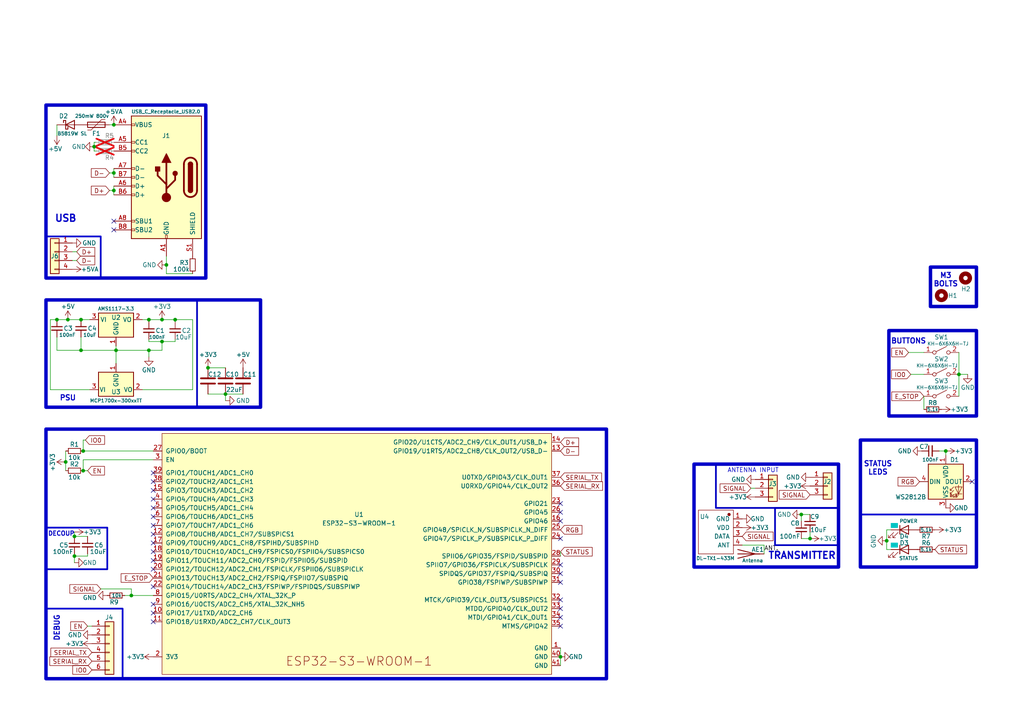
<source format=kicad_sch>
(kicad_sch (version 20231120) (generator "eeschema") (generator_version "8.0")
  (paper "A4")
  (title_block (title "Open Shock Mini") (date "2024-06-21") (rev "r1") (company "Pera @ https://transfur.science/f191") (comment 1 "CERN OHL v2 - S") (comment 2 "https://github.com/comradef191/OpenShockMini") (comment 4 "Based on nullstalgia's OpenShock Core V1.2"))
  (lib_symbols
    (symbol "Connector:USB_C_Receptacle_USB2.0" (pin_names (offset 1.016))
      (property "Reference" "J" (at -10.16 19.05 0))
      (property "Value" "USB_C_Receptacle_USB2.0" (at 19.05 19.05 0))
      (symbol "USB_C_Receptacle_USB2.0_0_0"
        (rectangle (start -0.254 -17.78) (end 0.254 -16.764))
        (rectangle (start 10.16 -14.986) (end 9.144 -15.494))
        (rectangle (start 10.16 -12.446) (end 9.144 -12.954))
        (rectangle (start 10.16 -4.826) (end 9.144 -5.334))
        (rectangle (start 10.16 -2.286) (end 9.144 -2.794))
        (rectangle (start 10.16 0.254) (end 9.144 -0.254))
        (rectangle (start 10.16 2.794) (end 9.144 2.286))
        (rectangle (start 10.16 7.874) (end 9.144 7.366))
        (rectangle (start 10.16 10.414) (end 9.144 9.906))
        (rectangle (start 10.16 15.494) (end 9.144 14.986))
      )
      (symbol "USB_C_Receptacle_USB2.0_0_1"
        (rectangle (start -10.16 17.78) (end 10.16 -17.78) (stroke (width 0.254)) (fill (type background)))
        (arc (start -8.89 -3.81) (mid -6.985 -5.7067) (end -5.08 -3.81) (stroke (width 0.508)))
        (arc (start -7.62 -3.81) (mid -6.985 -4.4423) (end -6.35 -3.81) (stroke (width 0.254)))
        (arc (start -7.62 -3.81) (mid -6.985 -4.4423) (end -6.35 -3.81) (stroke (width 0.254)) (fill (type outline)))
        (rectangle (start -7.62 -3.81) (end -6.35 3.81) (stroke (width 0.254)) (fill (type outline)))
        (arc (start -6.35 3.81) (mid -6.985 4.4423) (end -7.62 3.81) (stroke (width 0.254)))
        (arc (start -6.35 3.81) (mid -6.985 4.4423) (end -7.62 3.81) (stroke (width 0.254)) (fill (type outline)))
        (arc (start -5.08 3.81) (mid -6.985 5.7067) (end -8.89 3.81) (stroke (width 0.508)))
        (circle (center -2.54 1.143) (radius 0.635) (stroke (width 0.254)) (fill (type outline)))
        (circle (center 0 -5.842) (radius 1.27) (fill (type outline)))
        (polyline (pts (xy -8.89 -3.81) (xy -8.89 3.81)) (stroke (width 0.508)))
        (polyline (pts (xy -5.08 3.81) (xy -5.08 -3.81)) (stroke (width 0.508)))
        (polyline (pts (xy 0 -5.842) (xy 0 4.318)) (stroke (width 0.508)))
        (polyline (pts (xy 0 -3.302) (xy -2.54 -0.762) (xy -2.54 0.508)) (stroke (width 0.508)))
        (polyline (pts (xy 0 -2.032) (xy 2.54 0.508) (xy 2.54 1.778)) (stroke (width 0.508)))
        (polyline (pts (xy -1.27 4.318) (xy 0 6.858) (xy 1.27 4.318) (xy -1.27 4.318)) (stroke (width 0.254)) (fill (type outline)))
        (rectangle (start 1.905 1.778) (end 3.175 3.048) (stroke (width 0.254)) (fill (type outline)))
      )
      (symbol "USB_C_Receptacle_USB2.0_1_1"
        (pin passive line (at 0 -22.86 90) (length 5.08) (name "GND") (number "A1"))
        (pin passive line (at 0 -22.86 90) (length 5.08) hide (name "GND") (number "A12"))
        (pin passive line (at 15.24 15.24 180) (length 5.08) (name "VBUS") (number "A4"))
        (pin bidirectional line (at 15.24 10.16 180) (length 5.08) (name "CC1") (number "A5"))
        (pin bidirectional line (at 15.24 -2.54 180) (length 5.08) (name "D+") (number "A6"))
        (pin bidirectional line (at 15.24 2.54 180) (length 5.08) (name "D-") (number "A7"))
        (pin bidirectional line (at 15.24 -12.7 180) (length 5.08) (name "SBU1") (number "A8"))
        (pin passive line (at 15.24 15.24 180) (length 5.08) hide (name "VBUS") (number "A9"))
        (pin passive line (at 0 -22.86 90) (length 5.08) hide (name "GND") (number "B1"))
        (pin passive line (at 0 -22.86 90) (length 5.08) hide (name "GND") (number "B12"))
        (pin passive line (at 15.24 15.24 180) (length 5.08) hide (name "VBUS") (number "B4"))
        (pin bidirectional line (at 15.24 7.62 180) (length 5.08) (name "CC2") (number "B5"))
        (pin bidirectional line (at 15.24 -5.08 180) (length 5.08) (name "D+") (number "B6"))
        (pin bidirectional line (at 15.24 0 180) (length 5.08) (name "D-") (number "B7"))
        (pin bidirectional line (at 15.24 -15.24 180) (length 5.08) (name "SBU2") (number "B8"))
        (pin passive line (at 15.24 15.24 180) (length 5.08) hide (name "VBUS") (number "B9"))
        (pin passive line (at -7.62 -22.86 90) (length 5.08) (name "SHIELD") (number "S1"))
      )
    )
    (symbol "Connector_Generic:Conn_01x03" (pin_names (offset 1.016) hide)
      (property "Reference" "J" (at 0 5.08 0))
      (property "Value" "Conn_01x03" (at 0 -5.08 0))
      (symbol "Conn_01x03_1_1"
        (rectangle (start -1.27 -2.413) (end 0 -2.667) (stroke (width 0.1524)))
        (rectangle (start -1.27 0.127) (end 0 -0.127) (stroke (width 0.1524)))
        (rectangle (start -1.27 2.667) (end 0 2.413) (stroke (width 0.1524)))
        (rectangle (start -1.27 3.81) (end 1.27 -3.81) (stroke (width 0.254)) (fill (type background)))
        (pin passive line (at -5.08 2.54 0) (length 3.81) (name "Pin_1") (number "1"))
        (pin passive line (at -5.08 0 0) (length 3.81) (name "Pin_2") (number "2"))
        (pin passive line (at -5.08 -2.54 0) (length 3.81) (name "Pin_3") (number "3"))
      )
    )
    (symbol "Connector_Generic:Conn_01x04" (pin_names (offset 1.016) hide)
      (property "Reference" "J" (at 0 5.08 0))
      (property "Value" "Conn_01x04" (at 0 -7.62 0))
      (symbol "Conn_01x04_1_1"
        (rectangle (start -1.27 -4.953) (end 0 -5.207) (stroke (width 0.1524)))
        (rectangle (start -1.27 -2.413) (end 0 -2.667) (stroke (width 0.1524)))
        (rectangle (start -1.27 0.127) (end 0 -0.127) (stroke (width 0.1524)))
        (rectangle (start -1.27 2.667) (end 0 2.413) (stroke (width 0.1524)))
        (rectangle (start -1.27 3.81) (end 1.27 -6.35) (stroke (width 0.254)) (fill (type background)))
        (pin passive line (at -5.08 2.54 0) (length 3.81) (name "Pin_1") (number "1"))
        (pin passive line (at -5.08 0 0) (length 3.81) (name "Pin_2") (number "2"))
        (pin passive line (at -5.08 -2.54 0) (length 3.81) (name "Pin_3") (number "3"))
        (pin passive line (at -5.08 -5.08 0) (length 3.81) (name "Pin_4") (number "4"))
      )
    )
    (symbol "Connector_Generic:Conn_01x06" (pin_names (offset 1.016) hide)
      (property "Reference" "J" (at 0 7.62 0))
      (property "Value" "Conn_01x06" (at 0 -10.16 0))
      (symbol "Conn_01x06_1_1"
        (rectangle (start -1.27 -7.493) (end 0 -7.747) (stroke (width 0.1524)))
        (rectangle (start -1.27 -4.953) (end 0 -5.207) (stroke (width 0.1524)))
        (rectangle (start -1.27 -2.413) (end 0 -2.667) (stroke (width 0.1524)))
        (rectangle (start -1.27 0.127) (end 0 -0.127) (stroke (width 0.1524)))
        (rectangle (start -1.27 2.667) (end 0 2.413) (stroke (width 0.1524)))
        (rectangle (start -1.27 5.207) (end 0 4.953) (stroke (width 0.1524)))
        (rectangle (start -1.27 6.35) (end 1.27 -8.89) (stroke (width 0.254)) (fill (type background)))
        (pin passive line (at -5.08 5.08 0) (length 3.81) (name "Pin_1") (number "1"))
        (pin passive line (at -5.08 2.54 0) (length 3.81) (name "Pin_2") (number "2"))
        (pin passive line (at -5.08 0 0) (length 3.81) (name "Pin_3") (number "3"))
        (pin passive line (at -5.08 -2.54 0) (length 3.81) (name "Pin_4") (number "4"))
        (pin passive line (at -5.08 -5.08 0) (length 3.81) (name "Pin_5") (number "5"))
        (pin passive line (at -5.08 -7.62 0) (length 3.81) (name "Pin_6") (number "6"))
      )
    )
    (symbol "Device:Antenna" (pin_numbers hide) (pin_names (offset 1.016) hide)
      (property "Reference" "AE" (at -1.905 1.905 0))
      (property "Value" "Antenna" (at -1.905 0 0))
      (symbol "Antenna_0_1"
        (polyline (pts (xy 0 2.54) (xy 0 -3.81)) (stroke (width 0.254)))
        (polyline (pts (xy 1.27 2.54) (xy 0 -2.54) (xy -1.27 2.54)) (stroke (width 0.254)))
      )
      (symbol "Antenna_1_1"
        (pin input line (at 0 -5.08 90) (length 2.54) (name "A") (number "1"))
      )
    )
    (symbol "Device:C" (pin_numbers hide) (pin_names (offset 0.254))
      (property "Reference" "C" (at 0.635 2.54 0))
      (property "Value" "C" (at 0.635 -2.54 0))
      (symbol "C_0_1"
        (polyline (pts (xy -2.032 -0.762) (xy 2.032 -0.762)) (stroke (width 0.508)))
        (polyline (pts (xy -2.032 0.762) (xy 2.032 0.762)) (stroke (width 0.508)))
      )
      (symbol "C_1_1"
        (pin passive line (at 0 3.81 270) (length 2.794) (name "~") (number "1"))
        (pin passive line (at 0 -3.81 90) (length 2.794) (name "~") (number "2"))
      )
    )
    (symbol "Device:C_Small" (pin_numbers hide) (pin_names (offset 0.254) hide)
      (property "Reference" "C" (at 0.254 1.778 0))
      (property "Value" "C_Small" (at 0.254 -2.032 0))
      (symbol "C_Small_0_1"
        (polyline (pts (xy -1.524 -0.508) (xy 1.524 -0.508)) (stroke (width 0.3302)))
        (polyline (pts (xy -1.524 0.508) (xy 1.524 0.508)) (stroke (width 0.3048)))
      )
      (symbol "C_Small_1_1"
        (pin passive line (at 0 2.54 270) (length 2.032) (name "~") (number "1"))
        (pin passive line (at 0 -2.54 90) (length 2.032) (name "~") (number "2"))
      )
    )
    (symbol "Device:D_Schottky" (pin_numbers hide) (pin_names (offset 1.016) hide)
      (property "Reference" "D" (at 0 2.54 0))
      (property "Value" "D_Schottky" (at 0 -2.54 0))
      (symbol "D_Schottky_0_1"
        (polyline (pts (xy 1.27 0) (xy -1.27 0)))
        (polyline (pts (xy 1.27 1.27) (xy 1.27 -1.27) (xy -1.27 0) (xy 1.27 1.27)) (stroke (width 0.254)))
        (polyline (pts (xy -1.905 0.635) (xy -1.905 1.27) (xy -1.27 1.27) (xy -1.27 -1.27) (xy -0.635 -1.27) (xy -0.635 -0.635)) (stroke (width 0.254)))
      )
      (symbol "D_Schottky_1_1"
        (pin passive line (at -3.81 0 0) (length 2.54) (name "K") (number "1"))
        (pin passive line (at 3.81 0 180) (length 2.54) (name "A") (number "2"))
      )
    )
    (symbol "Device:LED" (pin_numbers hide) (pin_names (offset 1.016) hide)
      (property "Reference" "D" (at 0 2.54 0))
      (property "Value" "LED" (at 0 -2.54 0))
      (symbol "LED_0_1"
        (polyline (pts (xy -1.27 -1.27) (xy -1.27 1.27)) (stroke (width 0.254)))
        (polyline (pts (xy -1.27 0) (xy 1.27 0)))
        (polyline (pts (xy 1.27 -1.27) (xy 1.27 1.27) (xy -1.27 0) (xy 1.27 -1.27)) (stroke (width 0.254)))
        (polyline (pts (xy -3.048 -0.762) (xy -4.572 -2.286) (xy -3.81 -2.286) (xy -4.572 -2.286) (xy -4.572 -1.524)))
        (polyline (pts (xy -1.778 -0.762) (xy -3.302 -2.286) (xy -2.54 -2.286) (xy -3.302 -2.286) (xy -3.302 -1.524)))
      )
      (symbol "LED_1_1"
        (pin passive line (at -3.81 0 0) (length 2.54) (name "K") (number "1"))
        (pin passive line (at 3.81 0 180) (length 2.54) (name "A") (number "2"))
      )
    )
    (symbol "Device:Polyfuse" (pin_numbers hide) (pin_names (offset 0))
      (property "Reference" "F" (at -2.54 0 90))
      (property "Value" "Polyfuse" (at 2.54 0 90))
      (symbol "Polyfuse_0_1"
        (rectangle (start -0.762 2.54) (end 0.762 -2.54) (stroke (width 0.254)))
        (polyline (pts (xy 0 2.54) (xy 0 -2.54)))
        (polyline (pts (xy -1.524 2.54) (xy -1.524 1.524) (xy 1.524 -1.524) (xy 1.524 -2.54)))
      )
      (symbol "Polyfuse_1_1"
        (pin passive line (at 0 3.81 270) (length 1.27) (name "~") (number "1"))
        (pin passive line (at 0 -3.81 90) (length 1.27) (name "~") (number "2"))
      )
    )
    (symbol "Device:R_Small" (pin_numbers hide) (pin_names (offset 0.254) hide)
      (property "Reference" "R" (at 0.762 0.508 0))
      (property "Value" "R_Small" (at 0.762 -1.016 0))
      (symbol "R_Small_0_1"
        (rectangle (start -0.762 1.778) (end 0.762 -1.778) (stroke (width 0.2032)))
      )
      (symbol "R_Small_1_1"
        (pin passive line (at 0 2.54 270) (length 0.762) (name "~") (number "1"))
        (pin passive line (at 0 -2.54 90) (length 0.762) (name "~") (number "2"))
      )
    )
    (symbol "Espressif:ESP32-S3-WROOM-1" (pin_names (offset 1.016))
      (property "Reference" "U" (at 0 35.56 0))
      (property "Value" "ESP32-S3-WROOM-1" (at 0 -36.83 0))
      (symbol "ESP32-S3-WROOM-1_0_0"
        (rectangle (start -57.15 34.29) (end 55.88 -35.56) (fill (type background)))
        (text "ESP32-S3-WROOM-1" (at 0 -31.75 0) (effects (font (size 2.54 2.54))))
        (pin power_in line (at 58.42 -27.94 180) (length 2.54) (name "GND") (number "1"))
        (pin bidirectional line (at -59.69 -17.78 0) (length 2.54) (name "GPIO17/U1TXD/ADC2_CH6") (number "10"))
        (pin bidirectional line (at -59.69 -20.32 0) (length 2.54) (name "GPIO18/U1RXD/ADC2_CH7/CLK_OUT3") (number "11"))
        (pin bidirectional line (at -59.69 5.08 0) (length 2.54) (name "GPIO8/TOUCH8/ADC1_CH7/SUBSPICS1") (number "12"))
        (pin bidirectional line (at 58.42 29.21 180) (length 2.54) (name "GPIO19/U1RTS/ADC2_CH8/CLK_OUT2/USB_D-") (number "13"))
        (pin bidirectional line (at 58.42 31.75 180) (length 2.54) (name "GPIO20/U1CTS/ADC2_CH9/CLK_OUT1/USB_D+") (number "14"))
        (pin bidirectional line (at -59.69 17.78 0) (length 2.54) (name "GPIO3/TOUCH3/ADC1_CH2") (number "15"))
        (pin bidirectional line (at 58.42 8.89 180) (length 2.54) (name "GPIO46") (number "16"))
        (pin bidirectional line (at -59.69 2.54 0) (length 2.54) (name "GPIO9/TOUCH9/ADC1_CH8/FSPIHD/SUBSPIHD") (number "17"))
        (pin bidirectional line (at -59.69 0 0) (length 2.54) (name "GPIO10/TOUCH10/ADC1_CH9/FSPICS0/FSPIIO4/SUBSPICS0") (number "18"))
        (pin bidirectional line (at -59.69 -2.54 0) (length 2.54) (name "GPIO11/TOUCH11/ADC2_CH0/FSPID/FSPIIO5/SUBSPID") (number "19"))
        (pin power_in line (at -59.69 -30.48 0) (length 2.54) (name "3V3") (number "2"))
        (pin bidirectional line (at -59.69 -5.08 0) (length 2.54) (name "GPIO12/TOUCH12/ADC2_CH1/FSPICLK/FSPIIO6/SUBSPICLK") (number "20"))
        (pin bidirectional line (at -59.69 -7.62 0) (length 2.54) (name "GPIO13/TOUCH13/ADC2_CH2/FSPIQ/FSPIIO7/SUBSPIQ") (number "21"))
        (pin bidirectional line (at -59.69 -10.16 0) (length 2.54) (name "GPIO14/TOUCH14/ADC2_CH3/FSPIWP/FSPIDQS/SUBSPIWP") (number "22"))
        (pin bidirectional line (at 58.42 13.97 180) (length 2.54) (name "GPIO21") (number "23"))
        (pin bidirectional line (at 58.42 3.81 180) (length 2.54) (name "GPIO47/SPICLK_P/SUBSPICLK_P_DIFF") (number "24"))
        (pin bidirectional line (at 58.42 6.35 180) (length 2.54) (name "GPIO48/SPICLK_N/SUBSPICLK_N_DIFF") (number "25"))
        (pin bidirectional line (at 58.42 11.43 180) (length 2.54) (name "GPIO45") (number "26"))
        (pin bidirectional line (at -59.69 29.21 0) (length 2.54) (name "GPIO0/BOOT") (number "27"))
        (pin bidirectional line (at 58.42 -1.27 180) (length 2.54) (name "SPIIO6/GPIO35/FSPID/SUBSPID") (number "28"))
        (pin bidirectional line (at 58.42 -3.81 180) (length 2.54) (name "SPIIO7/GPIO36/FSPICLK/SUBSPICLK") (number "29"))
        (pin input line (at -59.69 26.67 0) (length 2.54) (name "EN") (number "3"))
        (pin bidirectional line (at 58.42 -6.35 180) (length 2.54) (name "SPIDQS/GPIO37/FSPIQ/SUBSPIQ") (number "30"))
        (pin bidirectional line (at 58.42 -8.89 180) (length 2.54) (name "GPIO38/FSPIWP/SUBSPIWP") (number "31"))
        (pin bidirectional line (at 58.42 -13.97 180) (length 2.54) (name "MTCK/GPIO39/CLK_OUT3/SUBSPICS1") (number "32"))
        (pin bidirectional line (at 58.42 -16.51 180) (length 2.54) (name "MTDO/GPIO40/CLK_OUT2") (number "33"))
        (pin bidirectional line (at 58.42 -19.05 180) (length 2.54) (name "MTDI/GPIO41/CLK_OUT1") (number "34"))
        (pin bidirectional line (at 58.42 -21.59 180) (length 2.54) (name "MTMS/GPIO42") (number "35"))
        (pin bidirectional line (at 58.42 19.05 180) (length 2.54) (name "U0RXD/GPIO44/CLK_OUT2") (number "36"))
        (pin bidirectional line (at 58.42 21.59 180) (length 2.54) (name "U0TXD/GPIO43/CLK_OUT1") (number "37"))
        (pin bidirectional line (at -59.69 20.32 0) (length 2.54) (name "GPIO2/TOUCH2/ADC1_CH1") (number "38"))
        (pin bidirectional line (at -59.69 22.86 0) (length 2.54) (name "GPIO1/TOUCH1/ADC1_CH0") (number "39"))
        (pin bidirectional line (at -59.69 15.24 0) (length 2.54) (name "GPIO4/TOUCH4/ADC1_CH3") (number "4"))
        (pin power_in line (at 58.42 -30.48 180) (length 2.54) (name "GND") (number "40"))
        (pin power_in line (at 58.42 -33.02 180) (length 2.54) (name "GND") (number "41"))
        (pin bidirectional line (at -59.69 12.7 0) (length 2.54) (name "GPIO5/TOUCH5/ADC1_CH4") (number "5"))
        (pin bidirectional line (at -59.69 10.16 0) (length 2.54) (name "GPIO6/TOUCH6/ADC1_CH5") (number "6"))
        (pin bidirectional line (at -59.69 7.62 0) (length 2.54) (name "GPIO7/TOUCH7/ADC1_CH6") (number "7"))
        (pin bidirectional line (at -59.69 -12.7 0) (length 2.54) (name "GPIO15/U0RTS/ADC2_CH4/XTAL_32K_P") (number "8"))
        (pin bidirectional line (at -59.69 -15.24 0) (length 2.54) (name "GPIO16/U0CTS/ADC2_CH5/XTAL_32K_NH5") (number "9"))
      )
    )
    (symbol "LED:WS2812B" (pin_names (offset 0.254))
      (property "Reference" "D" (at 5.08 5.715 0))
      (property "Value" "WS2812B" (at 1.27 -5.715 0))
      (symbol "WS2812B_0_0"
        (text "RGB" (at 2.286 -4.191 0) (effects (font (size 0.762 0.762))))
      )
      (symbol "WS2812B_0_1"
        (polyline (pts (xy 1.27 -3.556) (xy 1.778 -3.556)))
        (polyline (pts (xy 1.27 -2.54) (xy 1.778 -2.54)))
        (polyline (pts (xy 4.699 -3.556) (xy 2.667 -3.556)))
        (polyline (pts (xy 2.286 -2.54) (xy 1.27 -3.556) (xy 1.27 -3.048)))
        (polyline (pts (xy 2.286 -1.524) (xy 1.27 -2.54) (xy 1.27 -2.032)))
        (polyline (pts (xy 3.683 -1.016) (xy 3.683 -3.556) (xy 3.683 -4.064)))
        (polyline (pts (xy 4.699 -1.524) (xy 2.667 -1.524) (xy 3.683 -3.556) (xy 4.699 -1.524)))
        (rectangle (start 5.08 5.08) (end -5.08 -5.08) (stroke (width 0.254)) (fill (type background)))
      )
      (symbol "WS2812B_1_1"
        (pin power_in line (at 0 7.62 270) (length 2.54) (name "VDD") (number "1"))
        (pin output line (at 7.62 0 180) (length 2.54) (name "DOUT") (number "2"))
        (pin power_in line (at 0 -7.62 90) (length 2.54) (name "VSS") (number "3"))
        (pin input line (at -7.62 0 0) (length 2.54) (name "DIN") (number "4"))
      )
    )
    (symbol "Mechanical:MountingHole" (pin_names (offset 1.016))
      (property "Reference" "H" (at 0 5.08 0))
      (property "Value" "MountingHole" (at 0 3.175 0))
      (symbol "MountingHole_0_1"
        (circle (center 0 0) (radius 1.27) (stroke (width 1.27)))
      )
    )
    (symbol "Regulator_Linear:AMS1117-3.3"
      (property "Reference" "U" (at -3.81 3.175 0))
      (property "Value" "AMS1117-3.3" (at 0 3.175 0))
      (symbol "AMS1117-3.3_0_1"
        (rectangle (start -5.08 -5.08) (end 5.08 1.905) (stroke (width 0.254)) (fill (type background)))
      )
      (symbol "AMS1117-3.3_1_1"
        (pin power_in line (at 0 -7.62 90) (length 2.54) (name "GND") (number "1"))
        (pin power_out line (at 7.62 0 180) (length 2.54) (name "VO") (number "2"))
        (pin power_in line (at -7.62 0 0) (length 2.54) (name "VI") (number "3"))
      )
    )
    (symbol "Regulator_Linear:MCP1700x-300xxTT" (pin_names (offset 0.254))
      (property "Reference" "U" (at -3.81 3.175 0))
      (property "Value" "MCP1700x-300xxTT" (at 0 3.175 0))
      (symbol "MCP1700x-300xxTT_0_1"
        (rectangle (start -5.08 1.905) (end 5.08 -5.08) (stroke (width 0.254)) (fill (type background)))
      )
      (symbol "MCP1700x-300xxTT_1_1"
        (pin power_in line (at 0 -7.62 90) (length 2.54) (name "GND") (number "1"))
        (pin power_out line (at 7.62 0 180) (length 2.54) (name "VO") (number "2"))
        (pin power_in line (at -7.62 0 0) (length 2.54) (name "VI") (number "3"))
      )
    )
    (symbol "Switch:SW_SPST" (pin_names (offset 0) hide)
      (property "Reference" "SW" (at 0 3.175 0))
      (property "Value" "SW_SPST" (at 0 -2.54 0))
      (symbol "SW_SPST_0_0"
        (circle (center -2.032 0) (radius 0.508))
        (polyline (pts (xy -1.524 0.254) (xy 1.524 1.778)))
        (circle (center 2.032 0) (radius 0.508))
      )
      (symbol "SW_SPST_1_1"
        (pin passive line (at -5.08 0 0) (length 2.54) (name "A") (number "1"))
        (pin passive line (at 5.08 0 180) (length 2.54) (name "B") (number "2"))
      )
    )
    (symbol "kicad_lceda:DL-TX1-433M" (pin_names (offset 1.016))
      (property "Reference" "U" (at 0 7.62 0))
      (property "Value" "DL-TX1-433M" (at 0 12.7 0))
      (symbol "DL-TX1-433M_1_1"
        (rectangle (start -5.08 5.08) (end 5.08 -7.62) (stroke (width 0.1524)))
        (circle (center -3.81 3.81) (radius 0.381) (stroke (width 0.1524)) (fill (type outline)))
        (pin input line (at -7.62 2.54 0) (length 2.54) (name "GND") (number "1"))
        (pin input line (at -7.62 0 0) (length 2.54) (name "VDD") (number "2"))
        (pin input line (at -7.62 -2.54 0) (length 2.54) (name "DATA") (number "3"))
        (pin input line (at -7.62 -5.08 0) (length 2.54) (name "ANT") (number "4"))
      )
    )
    (symbol "power:+3V3" (power) (pin_names (offset 0))
      (property "Value" "+3V3" (at 0 3.556 0))
      (symbol "+3V3_0_1"
        (polyline (pts (xy -0.762 1.27) (xy 0 2.54)))
        (polyline (pts (xy 0 0) (xy 0 2.54)))
        (polyline (pts (xy 0 2.54) (xy 0.762 1.27)))
      )
      (symbol "+3V3_1_1"
        (pin power_in line (at 0 0 90) (length 0) hide (name "+3V3") (number "1"))
      )
    )
    (symbol "power:+5V" (power) (pin_names (offset 0))
      (property "Value" "+5V" (at 0 3.556 0))
      (symbol "+5V_0_1"
        (polyline (pts (xy -0.762 1.27) (xy 0 2.54)))
        (polyline (pts (xy 0 0) (xy 0 2.54)))
        (polyline (pts (xy 0 2.54) (xy 0.762 1.27)))
      )
      (symbol "+5V_1_1"
        (pin power_in line (at 0 0 90) (length 0) hide (name "+5V") (number "1"))
      )
    )
    (symbol "power:+5VA" (power) (pin_names (offset 0))
      (property "Value" "+5VA" (at 0 3.556 0))
      (symbol "+5VA_0_1"
        (polyline (pts (xy -0.762 1.27) (xy 0 2.54)))
        (polyline (pts (xy 0 0) (xy 0 2.54)))
        (polyline (pts (xy 0 2.54) (xy 0.762 1.27)))
      )
      (symbol "+5VA_1_1"
        (pin power_in line (at 0 0 90) (length 0) hide (name "+5VA") (number "1"))
      )
    )
    (symbol "power:GND" (power) (pin_names (offset 0))
      (property "Value" "GND" (at 0 -3.81 0))
      (symbol "GND_0_1"
        (polyline (pts (xy 0 0) (xy 0 -1.27) (xy 1.27 -1.27) (xy 0 -2.54) (xy -1.27 -1.27) (xy 0 -1.27)))
      )
      (symbol "GND_1_1"
        (pin power_in line (at 0 0 270) (length 0) hide (name "GND") (number "1"))
      )
    )
  )
  (junction (at 33.02 36.195))
  (junction (at 274.32 130.81))
  (junction (at 19.05 133.985))
  (junction (at 23.495 92.71))
  (junction (at 46.99 99.06))
  (junction (at 19.685 92.71))
  (junction (at 21.59 155.575))
  (junction (at 43.18 101.6))
  (junction (at 50.8 92.71))
  (junction (at 16.51 92.71))
  (junction (at 65.405 114.3))
  (junction (at 33.02 50.165))
  (junction (at 38.1 172.72))
  (junction (at 43.18 92.71))
  (junction (at 162.56 190.5))
  (junction (at 24.13 130.81))
  (junction (at 232.41 149.225))
  (junction (at 60.325 106.68))
  (junction (at 48.26 76.835))
  (junction (at 234.95 156.21))
  (junction (at 21.59 161.29))
  (junction (at 27.305 42.545))
  (junction (at 33.655 101.6))
  (junction (at 278.13 108.585))
  (junction (at 24.13 136.525))
  (junction (at 23.495 101.6))
  (junction (at 33.02 55.245))
  (junction (at 257.175 156.845))
  (junction (at 46.99 92.71))
  (no_connect (at 281.94 139.7))
  (no_connect (at 44.45 165.1))
  (no_connect (at 162.56 151.13))
  (no_connect (at 162.56 173.99))
  (no_connect (at 44.45 160.02))
  (no_connect (at 44.45 139.7))
  (no_connect (at 44.45 175.26))
  (no_connect (at 33.02 64.135))
  (no_connect (at 44.45 149.86))
  (no_connect (at 162.56 176.53))
  (no_connect (at 44.45 170.18))
  (no_connect (at 44.45 162.56))
  (no_connect (at 162.56 163.83))
  (no_connect (at 44.45 180.34))
  (no_connect (at 162.56 156.21))
  (no_connect (at 162.56 168.91))
  (no_connect (at 44.45 177.8))
  (no_connect (at 162.56 181.61))
  (no_connect (at 44.45 157.48))
  (no_connect (at 44.45 144.78))
  (no_connect (at 44.45 142.24))
  (no_connect (at 44.45 147.32))
  (no_connect (at 44.45 152.4))
  (no_connect (at 44.45 137.16))
  (no_connect (at 162.56 146.05))
  (no_connect (at 33.02 66.675))
  (no_connect (at 162.56 148.59))
  (no_connect (at 162.56 166.37))
  (no_connect (at 162.56 179.07))
  (no_connect (at 44.45 154.94))
  (wire (pts (xy 50.8 93.345) (xy 50.8 92.71)))
  (wire (pts (xy 21.59 154.305) (xy 21.59 155.575)))
  (wire (pts (xy 24.13 127.635) (xy 24.13 130.81)))
  (wire (pts (xy 33.02 50.165) (xy 33.02 51.435)))
  (wire (pts (xy 23.495 101.6) (xy 33.655 101.6)))
  (wire (pts (xy 217.805 141.605) (xy 219.075 141.605)))
  (wire (pts (xy 36.195 172.72) (xy 38.1 172.72)))
  (wire (pts (xy 46.99 99.06) (xy 50.8 99.06)))
  (wire (pts (xy 215.265 158.115) (xy 221.615 158.115)))
  (wire (pts (xy 33.02 53.975) (xy 33.02 55.245)))
  (wire (pts (xy 25.4 160.655) (xy 25.4 161.29)))
  (wire (pts (xy 263.525 102.235) (xy 267.97 102.235)))
  (wire (pts (xy 43.18 99.06) (xy 46.99 99.06)))
  (wire (pts (xy 20.955 75.565) (xy 22.225 75.565)))
  (wire (pts (xy 31.75 36.195) (xy 33.02 36.195)))
  (wire (pts (xy 21.59 160.655) (xy 21.59 161.29)))
  (wire (pts (xy 162.56 187.96) (xy 162.56 190.5)))
  (wire (pts (xy 24.13 130.81) (xy 44.45 130.81)))
  (wire (pts (xy 257.175 153.67) (xy 257.175 156.845)))
  (wire (pts (xy 50.8 92.71) (xy 55.88 92.71)))
  (wire (pts (xy 31.75 50.165) (xy 33.02 50.165)))
  (wire (pts (xy 278.13 102.235) (xy 278.13 108.585)))
  (wire (pts (xy 234.95 156.21) (xy 234.95 154.305)))
  (wire (pts (xy 278.13 108.585) (xy 278.13 114.935)))
  (wire (pts (xy 43.18 99.06) (xy 43.18 98.425)))
  (wire (pts (xy 33.655 100.33) (xy 33.655 101.6)))
  (wire (pts (xy 38.1 172.72) (xy 44.45 172.72)))
  (wire (pts (xy 23.495 97.79) (xy 23.495 101.6)))
  (wire (pts (xy 264.16 108.585) (xy 267.97 108.585)))
  (wire (pts (xy 27.305 41.275) (xy 27.305 42.545)))
  (wire (pts (xy 16.51 101.6) (xy 23.495 101.6)))
  (wire (pts (xy 65.405 114.3) (xy 70.485 114.3)))
  (wire (pts (xy 31.75 55.245) (xy 33.02 55.245)))
  (wire (pts (xy 278.13 108.585) (xy 280.67 108.585)))
  (wire (pts (xy 16.51 92.71) (xy 19.685 92.71)))
  (wire (pts (xy 48.26 74.295) (xy 48.26 76.835)))
  (wire (pts (xy 221.615 160.655) (xy 221.615 158.115)))
  (wire (pts (xy 21.59 163.195) (xy 21.59 161.29)))
  (wire (pts (xy 19.05 133.985) (xy 19.05 136.525)))
  (wire (pts (xy 55.88 113.03) (xy 55.88 92.71)))
  (wire (pts (xy 26.035 113.03) (xy 14.605 113.03)))
  (wire (pts (xy 232.41 156.21) (xy 234.95 156.21)))
  (wire (pts (xy 27.305 42.545) (xy 27.305 43.815)))
  (wire (pts (xy 257.175 153.67) (xy 258.445 153.67)))
  (wire (pts (xy 20.955 73.025) (xy 22.225 73.025)))
  (wire (pts (xy 267.97 118.745) (xy 267.97 114.935)))
  (wire (pts (xy 33.655 101.6) (xy 33.655 105.41)))
  (wire (pts (xy 257.175 159.385) (xy 258.445 159.385)))
  (wire (pts (xy 41.275 113.03) (xy 55.88 113.03)))
  (wire (pts (xy 16.51 101.6) (xy 16.51 97.79)))
  (wire (pts (xy 43.18 103.505) (xy 43.18 101.6)))
  (wire (pts (xy 21.59 161.29) (xy 25.4 161.29)))
  (wire (pts (xy 19.685 92.71) (xy 23.495 92.71)))
  (wire (pts (xy 16.51 39.37) (xy 16.51 36.195)))
  (wire (pts (xy 24.13 133.35) (xy 44.45 133.35)))
  (wire (pts (xy 23.495 92.71) (xy 26.035 92.71)))
  (wire (pts (xy 60.325 106.68) (xy 65.405 106.68)))
  (wire (pts (xy 24.13 127.635) (xy 24.765 127.635)))
  (wire (pts (xy 55.88 79.375) (xy 48.26 79.375)))
  (wire (pts (xy 43.18 92.71) (xy 46.99 92.71)))
  (wire (pts (xy 38.1 170.815) (xy 38.1 172.72)))
  (wire (pts (xy 33.02 55.245) (xy 33.02 56.515)))
  (wire (pts (xy 50.8 99.06) (xy 50.8 98.425)))
  (wire (pts (xy 162.56 160.02) (xy 162.56 161.29)))
  (wire (pts (xy 25.4 181.61) (xy 26.67 181.61)))
  (wire (pts (xy 65.405 114.3) (xy 65.405 116.205)))
  (wire (pts (xy 14.605 92.71) (xy 16.51 92.71)))
  (wire (pts (xy 60.325 114.3) (xy 65.405 114.3)))
  (wire (pts (xy 43.18 93.345) (xy 43.18 92.71)))
  (wire (pts (xy 24.13 133.35) (xy 24.13 136.525)))
  (wire (pts (xy 46.99 101.6) (xy 46.99 99.06)))
  (wire (pts (xy 29.21 170.815) (xy 38.1 170.815)))
  (wire (pts (xy 19.05 130.81) (xy 19.05 133.985)))
  (wire (pts (xy 24.13 136.525) (xy 25.4 136.525)))
  (wire (pts (xy 162.56 193.04) (xy 162.56 190.5)))
  (wire (pts (xy 21.59 155.575) (xy 25.4 155.575)))
  (wire (pts (xy 46.99 92.71) (xy 50.8 92.71)))
  (wire (pts (xy 33.655 101.6) (xy 43.18 101.6)))
  (wire (pts (xy 257.175 156.845) (xy 257.175 159.385)))
  (wire (pts (xy 27.94 41.275) (xy 27.305 41.275)))
  (wire (pts (xy 232.41 149.225) (xy 234.95 149.225)))
  (wire (pts (xy 14.605 113.03) (xy 14.605 92.71)))
  (wire (pts (xy 232.41 149.225) (xy 232.41 151.13)))
  (wire (pts (xy 33.02 48.895) (xy 33.02 50.165)))
  (wire (pts (xy 272.415 130.81) (xy 274.32 130.81)))
  (wire (pts (xy 27.305 43.815) (xy 27.94 43.815)))
  (wire (pts (xy 48.26 76.835) (xy 48.26 79.375)))
  (wire (pts (xy 41.275 92.71) (xy 43.18 92.71)))
  (wire (pts (xy 274.32 130.81) (xy 274.32 132.08)))
  (wire (pts (xy 43.18 101.6) (xy 46.99 101.6)))
  (rectangle (start 257.81 95.885) (end 283.21 120.65) (stroke (width 1)))
  (rectangle (start 201.295 134.62) (end 243.205 164.465) (stroke (width 1)))
  (rectangle (start 13.335 153.035) (end 31.115 165.1) (stroke (width 0.5)))
  (rectangle (start 249.555 127.635) (end 283.21 164.465) (stroke (width 1)))
  (rectangle (start 249.555 149.225) (end 283.21 164.465) (stroke (width 0.5)))
  (rectangle (start 207.645 134.62) (end 243.205 147.32) (stroke (width 0.5)))
  (rectangle (start 13.335 176.53) (end 35.56 196.85) (stroke (width 0.5)))
  (rectangle (start 13.335 86.995) (end 75.565 118.11) (stroke (width 1)))
  (rectangle (start 258.445 157.48) (end 260.35 158.75) (stroke (width 0) (color 0 194 194 1)) (fill (type color) (color 0 194 194 1)))
  (rectangle (start 13.335 68.58) (end 29.21 80.645) (stroke (width 0.5)))
  (rectangle (start 258.445 151.765) (end 260.35 153.035) (stroke (width 0) (color 0 194 194 1)) (fill (type color) (color 0 194 194 1)))
  (rectangle (start 224.79 147.32) (end 243.205 158.115) (stroke (width 0.5)))
  (rectangle (start 57.15 86.995) (end 75.565 118.11) (stroke (width 0.5)))
  (rectangle (start 13.335 124.46) (end 175.895 196.85) (stroke (width 1)))
  (rectangle (start 13.335 30.48) (end 59.69 80.645) (stroke (width 1)))
  (rectangle (start 269.875 77.47) (end 283.21 88.9) (stroke (width 1)))
  (text "ANTENNA INPUT" (at 218.44 136.525 0) (effects (font (size 1.27 1.27))))
  (text "TRANSMITTER" (at 242.57 161.29 0) (effects (font (size 2 2) (bold yes)) (justify right)))
  (text "BUTTONS" (at 263.525 99.06 0) (effects (font (size 1.5 1.5) (bold yes))))
  (text "M3\nBOLTS" (at 274.32 81.28 0) (effects (font (size 1.5 1.5) (bold yes))))
  (text "PSU" (at 19.685 115.57 0) (effects (font (size 1.5 1.5) (bold yes))))
  (text "DECOUP" (at 17.78 154.94 0) (effects (font (size 1.25 1.25) (bold yes))))
  (text "STATUS\nLEDS" (at 254.635 135.89 0) (effects (font (size 1.5 1.5) (thickness 0.3) (bold yes))))
  (text "USB" (at 19.05 63.5 0) (effects (font (size 2 2) (bold yes))))
  (text "DEBUG" (at 16.51 182.245 90) (effects (font (size 1.5 1.5) (bold yes))))
  (label "ANT." (at 221.615 160.02 0))
  (global_label "D+" (shape input) (at 31.75 55.245 180) (property "Intersheetrefs" "${INTERSHEET_REFS}" (effects (hide yes))))
  (global_label "STATUS" (shape input) (at 271.145 159.385 0) (property "Intersheetrefs" "${INTERSHEET_REFS}" (effects (hide yes))))
  (global_label "RGB" (shape input) (at 266.7 139.7 180) (property "Intersheetrefs" "${INTERSHEET_REFS}" (effects (hide yes))))
  (global_label "EN" (shape input) (at 25.4 181.61 180) (property "Intersheetrefs" "${INTERSHEET_REFS}" (effects (hide yes))))
  (global_label "D+" (shape input) (at 162.56 128.27 0) (property "Intersheetrefs" "${INTERSHEET_REFS}" (effects (hide yes))))
  (global_label "SERIAL_TX" (shape input) (at 162.56 138.43 0) (property "Intersheetrefs" "${INTERSHEET_REFS}" (effects (hide yes))))
  (global_label "D-" (shape input) (at 162.56 130.81 0) (property "Intersheetrefs" "${INTERSHEET_REFS}" (effects (hide yes))))
  (global_label "SERIAL_RX" (shape input) (at 162.56 140.97 0) (property "Intersheetrefs" "${INTERSHEET_REFS}" (effects (hide yes))))
  (global_label "EN" (shape input) (at 263.525 102.235 180) (property "Intersheetrefs" "${INTERSHEET_REFS}" (effects (hide yes))))
  (global_label "STATUS" (shape input) (at 162.56 160.02 0) (property "Intersheetrefs" "${INTERSHEET_REFS}" (effects (hide yes))))
  (global_label "SERIAL_RX" (shape input) (at 26.67 191.77 180) (property "Intersheetrefs" "${INTERSHEET_REFS}" (effects (hide yes))))
  (global_label "D+" (shape input) (at 22.225 73.025 0) (property "Intersheetrefs" "${INTERSHEET_REFS}" (effects (hide yes))))
  (global_label "EN" (shape input) (at 25.4 136.525 0) (property "Intersheetrefs" "${INTERSHEET_REFS}" (effects (hide yes))))
  (global_label "E_STOP" (shape input) (at 44.45 167.64 180) (property "Intersheetrefs" "${INTERSHEET_REFS}" (effects (hide yes))))
  (global_label "SIGNAL" (shape input) (at 29.21 170.815 180) (property "Intersheetrefs" "${INTERSHEET_REFS}" (effects (hide yes))))
  (global_label "E_STOP" (shape input) (at 267.97 114.935 180) (property "Intersheetrefs" "${INTERSHEET_REFS}" (effects (hide yes))))
  (global_label "SIGNAL" (shape input) (at 234.95 143.51 180) (property "Intersheetrefs" "${INTERSHEET_REFS}" (effects (hide yes))))
  (global_label "IO0" (shape input) (at 26.67 194.31 180) (property "Intersheetrefs" "${INTERSHEET_REFS}" (effects (hide yes))))
  (global_label "SIGNAL" (shape input) (at 217.805 141.605 180) (property "Intersheetrefs" "${INTERSHEET_REFS}" (effects (hide yes))))
  (global_label "D-" (shape input) (at 22.225 75.565 0) (property "Intersheetrefs" "${INTERSHEET_REFS}" (effects (hide yes))))
  (global_label "SIGNAL" (shape input) (at 215.265 155.575 0) (property "Intersheetrefs" "${INTERSHEET_REFS}" (effects (hide yes))))
  (global_label "IO0" (shape input) (at 264.16 108.585 180) (property "Intersheetrefs" "${INTERSHEET_REFS}" (effects (hide yes))))
  (global_label "SERIAL_TX" (shape input) (at 26.67 189.23 180) (property "Intersheetrefs" "${INTERSHEET_REFS}" (effects (hide yes))))
  (global_label "D-" (shape input) (at 31.75 50.165 180) (property "Intersheetrefs" "${INTERSHEET_REFS}" (effects (hide yes))))
  (global_label "RGB" (shape input) (at 162.56 153.67 0) (property "Intersheetrefs" "${INTERSHEET_REFS}" (effects (hide yes))))
  (global_label "IO0" (shape input) (at 24.765 127.635 0) (property "Intersheetrefs" "${INTERSHEET_REFS}" (effects (hide yes))))
  (symbol (lib_id "power:GND") (at 267.335 130.81 270) (unit 1)
    (property "Reference" "#PWR019" (effects (hide yes)))
    (property "Value" "GND" (at 260.35 130.81 90) (effects (justify left)))
  )
  (symbol (lib_id "Device:C_Small") (at 269.875 130.81 90) (unit 1)
    (property "Reference" "C7" (at 267.97 129.54 90))
    (property "Value" "100nF" (at 269.875 133.35 90) (effects (font (size 1 1))))
    (property "Footprint" "Capacitor_SMD:C_0603_1608Metric_Pad1.08x0.95mm_HandSolder" (effects (hide yes)))
    (property "LCSC" "C6119861" (effects (hide yes)))
  )
  (symbol (lib_id "power:+5VA") (at 20.955 78.105 270) (unit 1)
    (property "Reference" "#PWR025" (effects (hide yes)))
    (property "Value" "+5VA" (at 26.035 78.105 90))
  )
  (symbol (lib_id "Connector_Generic:Conn_01x06") (at 31.75 186.69 0) (unit 1)
    (property "Reference" "J4" (at 30.48 179.07 0) (effects (justify left)))
    (property "Value" "Conn_01x06" (effects (hide yes)))
    (property "Footprint" "Connector_PinHeader_2.54mm:PinHeader_1x06_P2.54mm_Vertical" (effects (hide yes)))
    (property "Description" "Generic connector, single row, 01x06, script generated (kicad-library-utils/schlib/autogen/connector/)" (effects (hide yes)))
  )
  (symbol (lib_id "power:+3V3") (at 234.95 140.97 90) (unit 1)
    (property "Reference" "#PWR012" (effects (hide yes)))
    (property "Value" "+3V3" (at 229.87 140.97 90))
  )
  (symbol (lib_id "Device:C_Small") (at 16.51 95.25 0) (unit 1)
    (property "Reference" "C3" (at 18.415 95.25 0) (effects (justify left)))
    (property "Value" "100nF" (at 17.145 97.155 0) (effects (font (size 1 1)) (justify left)))
    (property "Footprint" "Capacitor_SMD:C_0603_1608Metric_Pad1.08x0.95mm_HandSolder" (effects (hide yes)))
    (property "LCSC" "C6119861" (effects (hide yes)))
  )
  (symbol (lib_id "kicad_lceda:DL-TX1-433M") (at 207.645 153.035 0) (mirror y) (unit 1)
    (property "Reference" "U4" (at 205.74 149.86 0) (effects (justify left)))
    (property "Value" "DL-TX1-433M" (at 201.93 161.925 0) (effects (font (size 1 1)) (justify right)))
    (property "Footprint" "CustomFootprints:WIELM-TH_DL-TX1-433M" (effects (hide yes)))
    (property "Datasheet" "http://www.szlcsc.com/product/details_353418.html" (effects (hide yes)))
    (property "SuppliersPartNumber" "C381160" (effects (hide yes)))
    (property "uuid" "std:a9d6032d7d124c34850e850e6d051323" (effects (hide yes)))
    (property "LCSC" "C381160" (effects (hide yes)))
  )
  (symbol (lib_id "Device:R_Small") (at 21.59 136.525 90) (unit 1)
    (property "Reference" "R2" (at 21.59 134.62 90))
    (property "Value" "10k" (at 21.59 138.43 90))
    (property "Footprint" "CustomFootprints:THT-Resistor_Customised" (effects (hide yes)))
  )
  (symbol (lib_id "Device:C_Small") (at 43.18 95.885 0) (unit 1)
    (property "Reference" "C1" (at 45.085 95.885 0) (effects (justify left)))
    (property "Value" "100nF" (at 43.18 97.79 0) (effects (font (size 1 1)) (justify left)))
    (property "Footprint" "Capacitor_SMD:C_0603_1608Metric_Pad1.08x0.95mm_HandSolder" (effects (hide yes)))
    (property "LCSC" "C6119861" (effects (hide yes)))
  )
  (symbol (lib_id "power:GND") (at 27.305 42.545 270) (unit 1)
    (property "Reference" "#PWR05" (effects (hide yes)))
    (property "Value" "GND" (at 22.86 42.545 90))
  )
  (symbol (lib_id "power:GND") (at 280.67 108.585 0) (unit 1)
    (property "Reference" "#PWR020" (effects (hide yes)))
    (property "Value" "GND" (at 280.67 112.395 0))
  )
  (symbol (lib_id "Device:R_Small") (at 268.605 159.385 90) (unit 1)
    (property "Reference" "R6" (at 268.605 157.48 90))
    (property "Value" "5.1k" (at 268.605 159.385 90) (effects (font (size 1 1))))
    (property "Footprint" "CustomFootprints:THT-Resistor_Customised" (effects (hide yes)))
  )
  (symbol (lib_id "Device:D_Schottky") (at 20.32 36.195 0) (unit 1)
    (property "Reference" "D2" (at 18.415 33.655 0))
    (property "Value" "B5819W SL" (at 20.955 38.735 0) (effects (font (size 1 1))))
    (property "Footprint" "Diode_SMD:D_SOD-123" (effects (hide yes)))
    (property "LCSC" "C8598" (effects (hide yes)))
  )
  (symbol (lib_id "power:+3V3") (at 60.325 106.68 0) (unit 1)
    (property "Reference" "#PWR032" (effects (hide yes)))
    (property "Value" "+3V3" (at 60.325 102.87 0))
  )
  (symbol (lib_id "Device:R_Small") (at 268.605 153.67 90) (unit 1)
    (property "Reference" "R7" (at 268.605 155.575 90))
    (property "Value" "5.1k" (at 268.605 153.67 90) (effects (font (size 1 1))))
    (property "Footprint" "CustomFootprints:THT-Resistor_Customised" (effects (hide yes)))
  )
  (symbol (lib_id "LED:WS2812B") (at 274.32 139.7 0) (unit 1)
    (property "Reference" "D1" (at 276.86 133.35 0))
    (property "Value" "WS2812B" (at 264.16 144.145 0))
    (property "Footprint" "footprints:LED_WS2812B-Mini_3.5x3.5mm_P1.75mm" (effects (hide yes)))
    (property "Datasheet" "https://cdn-shop.adafruit.com/datasheets/WS2812B.pdf" (effects (hide yes)))
    (property "LCSC" "C527089" (effects (hide yes)))
  )
  (symbol (lib_id "Device:R_Small") (at 21.59 130.81 270) (mirror x) (unit 1)
    (property "Reference" "R1" (at 21.59 128.905 90))
    (property "Value" "10k" (at 21.59 132.715 90))
    (property "Footprint" "CustomFootprints:THT-Resistor_Customised" (effects (hide yes)))
  )
  (symbol (lib_id "power:+3V3") (at 219.075 144.145 90) (unit 1)
    (property "Reference" "#PWR014" (effects (hide yes)))
    (property "Value" "+3V3" (at 213.995 144.145 90))
  )
  (symbol (lib_id "Device:C_Small") (at 25.4 158.115 0) (unit 1)
    (property "Reference" "C6" (at 27.305 158.115 0) (effects (justify left)))
    (property "Value" "10uF" (at 26.035 160.02 0) (effects (justify left)))
    (property "Footprint" "Capacitor_SMD:C_0603_1608Metric_Pad1.08x0.95mm_HandSolder" (effects (hide yes)))
    (property "LCSC" "C380316" (effects (hide yes)))
  )
  (symbol (lib_id "Mechanical:MountingHole") (at 280.035 80.645 0) (unit 1)
    (property "Reference" "H2" (at 278.765 83.82 0) (effects (justify left)))
    (property "Value" "MountingHole" (effects (hide yes)))
    (property "Footprint" "MountingHole:MountingHole_3.2mm_M3_ISO7380" (effects (hide yes)))
    (property "Description" "Mounting Hole without connection" (effects (hide yes)))
  )
  (symbol (lib_id "power:GND") (at 43.18 103.505 0) (unit 1)
    (property "Reference" "#PWR07" (effects (hide yes)))
    (property "Value" "GND" (at 43.18 107.315 0))
  )
  (symbol (lib_id "power:GND") (at 274.32 147.32 90) (unit 1)
    (property "Reference" "#PWR017" (effects (hide yes)))
    (property "Value" "GND" (at 278.765 147.32 90))
  )
  (symbol (lib_id "power:+3V3") (at 274.32 130.81 270) (unit 1)
    (property "Reference" "#PWR018" (effects (hide yes)))
    (property "Value" "+3V3" (at 276.86 130.81 90) (effects (justify left)))
  )
  (symbol (lib_id "power:GND") (at 219.075 139.065 270) (unit 1)
    (property "Reference" "#PWR013" (effects (hide yes)))
    (property "Value" "GND" (at 212.09 139.065 90) (effects (justify left)))
  )
  (symbol (lib_id "Device:LED") (at 262.255 153.67 0) (unit 1)
    (property "Reference" "D4" (at 262.255 155.575 0))
    (property "Value" "POWER" (at 263.525 151.13 0) (effects (font (size 1 1))))
    (property "Footprint" "LED_THT:LED_D3.0mm" (effects (hide yes)))
    (property "LCSC" "C2895474" (effects (hide yes)))
  )
  (symbol (lib_id "power:+3V3") (at 215.265 153.035 270) (unit 1)
    (property "Reference" "#PWR036" (effects (hide yes)))
    (property "Value" "+3V3" (at 220.345 153.035 90))
  )
  (symbol (lib_id "Device:C_Small") (at 50.8 95.885 0) (unit 1)
    (property "Reference" "C2" (at 52.705 95.885 0) (effects (justify left)))
    (property "Value" "10uF" (at 50.8 97.79 0) (effects (justify left)))
    (property "Footprint" "Capacitor_SMD:C_0603_1608Metric_Pad1.08x0.95mm_HandSolder" (effects (hide yes)))
    (property "LCSC" "C380316" (effects (hide yes)))
  )
  (symbol (lib_id "Connector_Generic:Conn_01x04") (at 15.875 73.025 0) (mirror y) (unit 1)
    (property "Reference" "J6" (at 15.875 74.295 0))
    (property "Value" "Conn_01x04" (effects (hide yes)))
    (property "Footprint" "Connector_PinHeader_2.54mm:PinHeader_1x04_P2.54mm_Vertical" (effects (hide yes)))
    (property "Description" "Generic connector, single row, 01x04, script generated (kicad-library-utils/schlib/autogen/connector/)" (effects (hide yes)))
  )
  (symbol (lib_id "Regulator_Linear:AMS1117-3.3") (at 33.655 92.71 0) (unit 1)
    (property "Reference" "U2" (at 33.655 92.075 0))
    (property "Value" "AMS1117-3.3" (at 33.655 89.535 0) (effects (font (size 1 1))))
    (property "Footprint" "Package_TO_SOT_SMD:SOT-223-3_TabPin2" (effects (hide yes)))
    (property "Datasheet" "http://www.advanced-monolithic.com/pdf/ds1117.pdf" (effects (hide yes)))
    (property "LCSC" "C6186" (effects (hide yes)))
  )
  (symbol (lib_id "Switch:SW_SPST") (at 273.05 108.585 0) (unit 1)
    (property "Reference" "SW2" (at 273.05 104.14 0))
    (property "Value" "KH-6X6X6H-TJ" (at 271.78 106.045 0) (effects (font (size 1 1))))
    (property "Footprint" "Button_Switch_THT:SW_PUSH_6mm" (effects (hide yes)))
    (property "LCSC" "C2837516" (effects (hide yes)))
  )
  (symbol (lib_id "Mechanical:MountingHole") (at 273.05 85.725 0) (unit 1)
    (property "Reference" "H1" (at 274.955 85.725 0) (effects (justify left)))
    (property "Value" "MountingHole" (effects (hide yes)))
    (property "Footprint" "MountingHole:MountingHole_3.2mm_M3_ISO7380" (effects (hide yes)))
    (property "Description" "Mounting Hole without connection" (effects (hide yes)))
  )
  (symbol (lib_id "Switch:SW_SPST") (at 273.05 102.235 0) (unit 1)
    (property "Reference" "SW1" (at 273.05 97.79 0))
    (property "Value" "KH-6X6X6H-TJ" (at 274.955 99.695 0) (effects (font (size 1 1))))
    (property "Footprint" "Button_Switch_THT:SW_PUSH_6mm" (effects (hide yes)))
    (property "LCSC" "C2837516" (effects (hide yes)))
  )
  (symbol (lib_id "power:GND") (at 65.405 116.205 90) (unit 1)
    (property "Reference" "#PWR031" (effects (hide yes)))
    (property "Value" "GND" (at 70.485 116.205 90))
  )
  (symbol (lib_id "power:+5V") (at 19.685 92.71 0) (unit 1)
    (property "Reference" "#PWR08" (effects (hide yes)))
    (property "Value" "+5V" (at 19.685 88.9 0))
  )
  (symbol (lib_id "Device:R_Small") (at 30.48 43.815 90) (unit 1) (dnp yes)
    (property "Reference" "R4" (at 31.75 45.72 90))
    (property "Value" "5.1k" (at 30.48 43.815 90) (effects (font (size 1 1))))
    (property "Footprint" "CustomFootprints:THT-Resistor_Customised" (effects (hide yes)))
  )
  (symbol (lib_id "power:+5V") (at 16.51 39.37 180) (unit 1)
    (property "Reference" "#PWR06" (effects (hide yes)))
    (property "Value" "+5V" (at 13.97 43.18 0) (effects (justify right)))
  )
  (symbol (lib_id "Device:Polyfuse") (at 27.94 36.195 90) (unit 1)
    (property "Reference" "F1" (at 27.94 38.735 90))
    (property "Value" "250mW 800v" (at 26.67 33.655 90) (effects (font (size 1 1))))
    (property "Footprint" "Fuse:Fuse_1206_3216Metric_Pad1.42x1.75mm_HandSolder" (effects (hide yes)))
    (property "LCSC" "C17888" (effects (hide yes)))
  )
  (symbol (lib_id "Device:LED") (at 262.255 159.385 0) (unit 1)
    (property "Reference" "D3" (at 262.255 157.48 0))
    (property "Value" "STATUS" (at 263.525 161.925 0) (effects (font (size 1 1))))
    (property "Footprint" "LED_THT:LED_D3.0mm" (effects (hide yes)))
    (property "LCSC" "C440523" (effects (hide yes)))
  )
  (symbol (lib_id "Device:R_Small") (at 30.48 41.275 90) (unit 1) (dnp yes)
    (property "Reference" "R5" (at 31.75 39.37 90))
    (property "Value" "5.1k" (at 30.48 41.275 90) (effects (font (size 1 1))))
    (property "Footprint" "CustomFootprints:THT-Resistor_Customised" (effects (hide yes)))
  )
  (symbol (lib_id "power:GND") (at 232.41 149.225 270) (unit 1)
    (property "Reference" "#PWR026" (effects (hide yes)))
    (property "Value" "GND" (at 225.425 149.225 90) (effects (justify left)))
  )
  (symbol (lib_id "power:+3V3") (at 234.95 156.21 270) (unit 1)
    (property "Reference" "#PWR037" (effects (hide yes)))
    (property "Value" "+3V3" (at 240.03 156.21 90))
  )
  (symbol (lib_id "power:+3V3") (at 26.67 186.69 90) (unit 1)
    (property "Reference" "#PWR016" (effects (hide yes)))
    (property "Value" "+3V3" (at 21.59 186.69 90))
  )
  (symbol (lib_id "power:+3V3") (at 19.05 133.985 90) (unit 1)
    (property "Reference" "#PWR03" (effects (hide yes)))
    (property "Value" "+3V3" (at 15.24 131.445 0) (effects (justify right)))
  )
  (symbol (lib_id "Device:C") (at 65.405 110.49 0) (unit 1)
    (property "Reference" "C10" (at 65.405 108.585 0) (effects (justify left)))
    (property "Value" "22uF" (effects (hide yes)))
    (property "Footprint" "Capacitor_SMD:C_0603_1608Metric_Pad1.08x0.95mm_HandSolder" (effects (hide yes)))
    (property "LCSC" "C7432770" (effects (hide yes)))
  )
  (symbol (lib_id "power:GND") (at 21.59 163.195 90) (unit 1)
    (property "Reference" "#PWR010" (effects (hide yes)))
    (property "Value" "GND" (at 26.035 163.195 90))
  )
  (symbol (lib_id "Device:C_Small") (at 232.41 153.67 0) (unit 1)
    (property "Reference" "C8" (at 229.235 151.765 0) (effects (justify left)))
    (property "Value" "100nF" (at 226.06 155.575 0) (effects (justify left)))
    (property "Footprint" "Capacitor_SMD:C_0603_1608Metric_Pad1.08x0.95mm_HandSolder" (effects (hide yes)))
    (property "LCSC" "C6119861" (effects (hide yes)))
  )
  (symbol (lib_id "Connector_Generic:Conn_01x03") (at 240.03 140.97 0) (unit 1)
    (property "Reference" "J2" (at 238.76 139.7 0) (effects (justify left)))
    (property "Value" "Conn_01x03" (effects (hide yes)))
    (property "Footprint" "Connector_PinHeader_2.54mm:PinHeader_1x03_P2.54mm_Vertical" (effects (hide yes)))
    (property "Description" "Generic connector, single row, 01x03, script generated (kicad-library-utils/schlib/autogen/connector/)" (effects (hide yes)))
  )
  (symbol (lib_id "power:GND") (at 234.95 138.43 270) (unit 1)
    (property "Reference" "#PWR011" (effects (hide yes)))
    (property "Value" "GND" (at 227.965 138.43 90) (effects (justify left)))
  )
  (symbol (lib_id "Regulator_Linear:MCP1700x-300xxTT") (at 33.655 113.03 0) (mirror x) (unit 1)
    (property "Reference" "U3" (at 33.655 113.665 0))
    (property "Value" "MCP1700x-300xxTT" (at 33.655 116.205 0) (effects (font (size 1 1))))
    (property "Footprint" "Package_TO_SOT_SMD:SOT-23_Handsoldering" (effects (hide yes)))
    (property "Datasheet" "http://ww1.microchip.com/downloads/en/DeviceDoc/20001826D.pdf" (effects (hide yes)))
  )
  (symbol (lib_id "Device:R_Small") (at 270.51 118.745 90) (unit 1)
    (property "Reference" "R8" (at 270.51 116.84 90))
    (property "Value" "5.1k" (at 270.51 118.745 90) (effects (font (size 1 1))))
    (property "Footprint" "CustomFootprints:THT-Resistor_Customised" (effects (hide yes)))
  )
  (symbol (lib_id "Espressif:ESP32-S3-WROOM-1") (at 104.14 160.02 0) (unit 1)
    (property "Reference" "U1" (at 104.14 149.225 0))
    (property "Value" "ESP32-S3-WROOM-1" (at 104.14 151.765 0))
    (property "Footprint" "RF_Module:ESP32-S3-WROOM-1" (effects (hide yes)))
    (property "Datasheet" "https://www.espressif.com/sites/default/files/documentation/esp32-s3-wroom-1_wroom-1u_datasheet_en.pdf" (effects (hide yes)))
    (property "LCSC" "C2913204" (effects (hide yes)))
  )
  (symbol (lib_id "Device:C") (at 70.485 110.49 0) (unit 1)
    (property "Reference" "C11" (at 70.485 108.585 0) (effects (justify left)))
    (property "Value" "22uF" (at 67.945 113.03 0))
    (property "Footprint" "Capacitor_SMD:C_0603_1608Metric_Pad1.08x0.95mm_HandSolder" (effects (hide yes)))
    (property "LCSC" "C7432770" (effects (hide yes)))
  )
  (symbol (lib_id "power:+5VA") (at 33.02 36.195 0) (unit 1)
    (property "Reference" "#PWR024" (effects (hide yes)))
    (property "Value" "+5VA" (at 33.02 32.385 0))
  )
  (symbol (lib_id "Device:C_Small") (at 23.495 95.25 0) (unit 1)
    (property "Reference" "C4" (at 25.4 95.25 0) (effects (justify left)))
    (property "Value" "10uF" (at 24.13 97.155 0) (effects (font (size 1 1)) (justify left)))
    (property "Footprint" "Capacitor_SMD:C_0603_1608Metric_Pad1.08x0.95mm_HandSolder" (effects (hide yes)))
    (property "LCSC" "C380316" (effects (hide yes)))
  )
  (symbol (lib_id "power:+3V3") (at 44.45 190.5 90) (unit 1)
    (property "Reference" "#PWR022" (effects (hide yes)))
    (property "Value" "+3V3" (at 41.91 190.5 90) (effects (justify left)))
  )
  (symbol (lib_id "power:GND") (at 20.955 70.485 90) (unit 1)
    (property "Reference" "#PWR023" (effects (hide yes)))
    (property "Value" "GND" (at 27.94 70.485 90) (effects (justify left)))
  )
  (symbol (lib_id "power:+3V3") (at 273.05 118.745 270) (unit 1)
    (property "Reference" "#PWR030" (effects (hide yes)))
    (property "Value" "+3V3" (at 275.59 118.745 90) (effects (justify left)))
  )
  (symbol (lib_id "power:+3V3") (at 271.145 153.67 270) (unit 1)
    (property "Reference" "#PWR029" (effects (hide yes)))
    (property "Value" "+3V3" (at 273.685 153.67 90) (effects (justify left)))
  )
  (symbol (lib_id "Device:R_Small") (at 55.88 76.835 0) (unit 1)
    (property "Reference" "R3" (at 52.07 76.2 0) (effects (justify left)))
    (property "Value" "100k" (at 50.165 78.105 0) (effects (justify left)))
    (property "Footprint" "CustomFootprints:THT-Resistor_Customised" (effects (hide yes)))
  )
  (symbol (lib_id "Device:R_Small") (at 33.655 172.72 90) (unit 1)
    (property "Reference" "R9" (at 31.75 174.625 90) (effects (justify right)))
    (property "Value" "10k" (at 32.385 172.72 90) (effects (font (size 1 1)) (justify right)))
    (property "Footprint" "CustomFootprints:THT-Resistor_Customised" (effects (hide yes)))
  )
  (symbol (lib_id "Device:Antenna") (at 216.535 160.655 90) (mirror x) (unit 1)
    (property "Reference" "AE1" (at 221.615 159.385 90) (effects (justify left)))
    (property "Value" "Antenna" (at 215.265 162.56 90) (effects (font (size 1 1)) (justify right)))
    (property "Footprint" "Connector_PinHeader_2.54mm:PinHeader_1x01_P2.54mm_Vertical" (effects (hide yes)))
  )
  (symbol (lib_id "Connector:USB_C_Receptacle_USB2.0") (at 48.26 51.435 0) (mirror y) (unit 1)
    (property "Reference" "J1" (at 46.99 39.37 0) (effects (justify right)))
    (property "Value" "USB_C_Receptacle_USB2.0" (at 38.1 32.385 0) (effects (font (size 1 1)) (justify right)))
    (property "Footprint" "footprints:HRO-TYPE-C-31-M-12-HandSoldering_ABPads" (effects (hide yes)))
    (property "Datasheet" "https://www.usb.org/sites/default/files/documents/usb_type-c.zip" (effects (hide yes)))
    (property "LCSC" "C165948" (effects (hide yes)))
  )
  (symbol (lib_id "power:GND") (at 257.175 156.845 270) (unit 1)
    (property "Reference" "#PWR028" (effects (hide yes)))
    (property "Value" "GND" (at 253.365 154.94 0) (effects (justify left)))
  )
  (symbol (lib_id "Connector_Generic:Conn_01x03") (at 224.155 141.605 0) (unit 1)
    (property "Reference" "J3" (at 222.885 140.335 0) (effects (justify left)))
    (property "Value" "Conn_01x03" (effects (hide yes)))
    (property "Footprint" "Connector_PinHeader_2.54mm:PinHeader_1x03_P2.54mm_Vertical" (effects (hide yes)))
    (property "Description" "Generic connector, single row, 01x03, script generated (kicad-library-utils/schlib/autogen/connector/)" (effects (hide yes)))
  )
  (symbol (lib_id "power:GND") (at 162.56 190.5 90) (unit 1)
    (property "Reference" "#PWR01" (effects (hide yes)))
    (property "Value" "GND" (at 167.005 190.5 90))
  )
  (symbol (lib_id "power:+5V") (at 70.485 106.68 0) (unit 1)
    (property "Reference" "#PWR033" (effects (hide yes)))
    (property "Value" "+5V" (at 70.485 102.87 0))
  )
  (symbol (lib_id "Device:C") (at 60.325 110.49 0) (unit 1)
    (property "Reference" "C12" (at 60.325 108.585 0) (effects (justify left)))
    (property "Value" "22uF" (effects (hide yes)))
    (property "Footprint" "Capacitor_SMD:C_0603_1608Metric_Pad1.08x0.95mm_HandSolder" (effects (hide yes)))
    (property "LCSC" "C7432770" (effects (hide yes)))
  )
  (symbol (lib_id "Switch:SW_SPST") (at 273.05 114.935 0) (unit 1)
    (property "Reference" "SW3" (at 273.05 110.49 0))
    (property "Value" "KH-6X6X6H-TJ" (at 271.78 112.395 0) (effects (font (size 1 1))))
    (property "Footprint" "Button_Switch_THT:SW_PUSH_6mm" (effects (hide yes)))
    (property "LCSC" "C2837516" (effects (hide yes)))
  )
  (symbol (lib_id "power:GND") (at 48.26 76.835 270) (unit 1)
    (property "Reference" "#PWR04" (effects (hide yes)))
    (property "Value" "GND" (at 41.275 76.835 90) (effects (justify left)))
  )
  (symbol (lib_id "power:+3V3") (at 21.59 154.305 270) (unit 1)
    (property "Reference" "#PWR02" (effects (hide yes)))
    (property "Value" "+3V3" (at 24.13 154.305 90) (effects (justify left)))
  )
  (symbol (lib_id "power:+3V3") (at 46.99 92.71 0) (unit 1)
    (property "Reference" "#PWR09" (effects (hide yes)))
    (property "Value" "+3V3" (at 46.99 88.9 0))
  )
  (symbol (lib_id "Device:C_Small") (at 234.95 151.765 0) (unit 1)
    (property "Reference" "C9" (at 234.95 149.86 0) (effects (justify left)))
    (property "Value" "10uF" (at 234.95 153.67 0) (effects (justify left)))
    (property "Footprint" "Capacitor_SMD:C_0603_1608Metric_Pad1.08x0.95mm_HandSolder" (effects (hide yes)))
    (property "LCSC" "C380316" (effects (hide yes)))
  )
  (symbol (lib_id "power:GND") (at 31.115 172.72 270) (mirror x) (unit 1)
    (property "Reference" "#PWR021" (effects (hide yes)))
    (property "Value" "GND" (at 26.035 173.355 90))
  )
  (symbol (lib_id "power:GND") (at 26.67 184.15 270) (unit 1)
    (property "Reference" "#PWR015" (effects (hide yes)))
    (property "Value" "GND" (at 19.685 184.15 90) (effects (justify left)))
  )
  (symbol (lib_id "Device:C_Small") (at 21.59 158.115 0) (unit 1)
    (property "Reference" "C5" (at 17.145 158.115 0) (effects (justify left)))
    (property "Value" "100nF" (at 15.24 160.02 0) (effects (justify left)))
    (property "Footprint" "Capacitor_SMD:C_0603_1608Metric_Pad1.08x0.95mm_HandSolder" (effects (hide yes)))
    (property "LCSC" "C6119861" (effects (hide yes)))
  )
  (symbol (lib_id "power:GND") (at 215.265 150.495 90) (mirror x) (unit 1)
    (property "Reference" "#PWR027" (effects (hide yes)))
    (property "Value" "GND" (at 219.71 150.495 90))
  )
)
</source>
